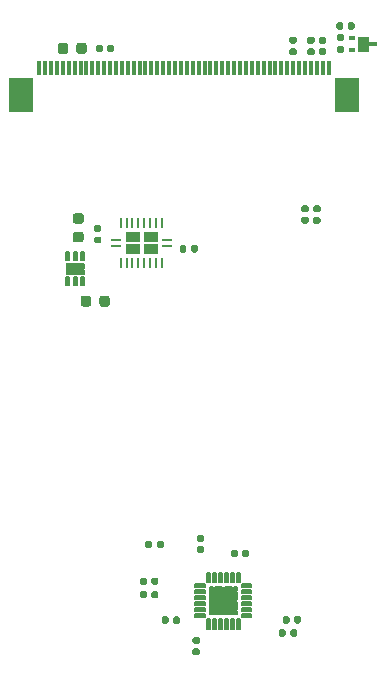
<source format=gtp>
G04 #@! TF.GenerationSoftware,KiCad,Pcbnew,(5.1.6-0-10_14)*
G04 #@! TF.CreationDate,2020-09-07T13:37:44-07:00*
G04 #@! TF.ProjectId,microgame2,6d696372-6f67-4616-9d65-322e6b696361,rev?*
G04 #@! TF.SameCoordinates,Original*
G04 #@! TF.FileFunction,Paste,Top*
G04 #@! TF.FilePolarity,Positive*
%FSLAX46Y46*%
G04 Gerber Fmt 4.6, Leading zero omitted, Abs format (unit mm)*
G04 Created by KiCad (PCBNEW (5.1.6-0-10_14)) date 2020-09-07 13:37:44*
%MOMM*%
%LPD*%
G01*
G04 APERTURE LIST*
%ADD10C,0.100000*%
%ADD11C,0.152400*%
%ADD12C,0.010000*%
%ADD13R,0.500000X0.310000*%
%ADD14R,0.650000X0.310000*%
%ADD15R,2.450000X2.450000*%
%ADD16R,0.280000X0.850000*%
%ADD17R,0.850000X0.280000*%
%ADD18R,2.000000X3.000000*%
%ADD19R,0.300000X1.250000*%
%ADD20R,0.860000X0.260000*%
%ADD21R,0.260000X0.860000*%
%ADD22R,0.300000X0.700000*%
%ADD23R,1.600200X1.016000*%
G04 APERTURE END LIST*
D10*
G04 #@! TO.C,Q4*
G36*
X164400000Y-57600000D02*
G01*
X164400000Y-56400000D01*
X165250000Y-56400000D01*
X165250000Y-57600000D01*
X164400000Y-57600000D01*
G37*
X164400000Y-57600000D02*
X164400000Y-56400000D01*
X165250000Y-56400000D01*
X165250000Y-57600000D01*
X164400000Y-57600000D01*
D11*
G04 #@! TO.C,U6*
X154150070Y-105037400D02*
X154028821Y-105037400D01*
X154150070Y-105300070D02*
X154150070Y-105037400D01*
X153887400Y-105300070D02*
X154150070Y-105300070D01*
X153887400Y-105178821D02*
X153887400Y-105300070D01*
X153887400Y-105178821D02*
X153887400Y-105178821D01*
X154028821Y-105037400D02*
X153887400Y-105178821D01*
X154028821Y-105037400D02*
X154028821Y-105037400D01*
X154150070Y-104250000D02*
X154028821Y-104250000D01*
X154150070Y-104837400D02*
X154150070Y-104250000D01*
X154028821Y-104837400D02*
X154150070Y-104837400D01*
X154028821Y-104837400D02*
X154028821Y-104837400D01*
X153887400Y-104695979D02*
X154028821Y-104837400D01*
X153887400Y-104695979D02*
X153887400Y-104695979D01*
X153887400Y-104391421D02*
X153887400Y-104695979D01*
X153887400Y-104391421D02*
X153887400Y-104391421D01*
X154028821Y-104250000D02*
X153887400Y-104391421D01*
X154028821Y-104250000D02*
X154028821Y-104250000D01*
X154150070Y-103462600D02*
X154028821Y-103462600D01*
X154150070Y-104050000D02*
X154150070Y-103462600D01*
X154028821Y-104050000D02*
X154150070Y-104050000D01*
X154028821Y-104050000D02*
X154028821Y-104050000D01*
X153887400Y-103908579D02*
X154028821Y-104050000D01*
X153887400Y-103908579D02*
X153887400Y-103908579D01*
X153887400Y-103604021D02*
X153887400Y-103908579D01*
X153887400Y-103604021D02*
X153887400Y-103604021D01*
X154028821Y-103462600D02*
X153887400Y-103604021D01*
X154028821Y-103462600D02*
X154028821Y-103462600D01*
X154150070Y-102999930D02*
X153887400Y-102999930D01*
X154150070Y-103262600D02*
X154150070Y-102999930D01*
X154028821Y-103262600D02*
X154150070Y-103262600D01*
X154028821Y-103262600D02*
X154028821Y-103262600D01*
X153887400Y-103121179D02*
X154028821Y-103262600D01*
X153887400Y-103121179D02*
X153887400Y-103121179D01*
X153887400Y-102999930D02*
X153887400Y-103121179D01*
X153545979Y-105037400D02*
X153241421Y-105037400D01*
X153545979Y-105037400D02*
X153545979Y-105037400D01*
X153687400Y-105178821D02*
X153545979Y-105037400D01*
X153687400Y-105178821D02*
X153687400Y-105178821D01*
X153687400Y-105300070D02*
X153687400Y-105178821D01*
X153100000Y-105300070D02*
X153687400Y-105300070D01*
X153100000Y-105178821D02*
X153100000Y-105300070D01*
X153100000Y-105178821D02*
X153100000Y-105178821D01*
X153241421Y-105037400D02*
X153100000Y-105178821D01*
X153241421Y-105037400D02*
X153241421Y-105037400D01*
X153545979Y-104250000D02*
X153241421Y-104250000D01*
X153545979Y-104250000D02*
X153545979Y-104250000D01*
X153687400Y-104391421D02*
X153545979Y-104250000D01*
X153687400Y-104391421D02*
X153687400Y-104391421D01*
X153687400Y-104695979D02*
X153687400Y-104391421D01*
X153687400Y-104695979D02*
X153687400Y-104695979D01*
X153545979Y-104837400D02*
X153687400Y-104695979D01*
X153545979Y-104837400D02*
X153545979Y-104837400D01*
X153241421Y-104837400D02*
X153545979Y-104837400D01*
X153241421Y-104837400D02*
X153241421Y-104837400D01*
X153100000Y-104695979D02*
X153241421Y-104837400D01*
X153100000Y-104695979D02*
X153100000Y-104695979D01*
X153100000Y-104391421D02*
X153100000Y-104695979D01*
X153100000Y-104391421D02*
X153100000Y-104391421D01*
X153241421Y-104250000D02*
X153100000Y-104391421D01*
X153241421Y-104250000D02*
X153241421Y-104250000D01*
X153545979Y-103462600D02*
X153241421Y-103462600D01*
X153545979Y-103462600D02*
X153545979Y-103462600D01*
X153687400Y-103604021D02*
X153545979Y-103462600D01*
X153687400Y-103604021D02*
X153687400Y-103604021D01*
X153687400Y-103908579D02*
X153687400Y-103604021D01*
X153687400Y-103908579D02*
X153687400Y-103908579D01*
X153545979Y-104050000D02*
X153687400Y-103908579D01*
X153545979Y-104050000D02*
X153545979Y-104050000D01*
X153241421Y-104050000D02*
X153545979Y-104050000D01*
X153241421Y-104050000D02*
X153241421Y-104050000D01*
X153100000Y-103908579D02*
X153241421Y-104050000D01*
X153100000Y-103908579D02*
X153100000Y-103908579D01*
X153100000Y-103604021D02*
X153100000Y-103908579D01*
X153100000Y-103604021D02*
X153100000Y-103604021D01*
X153241421Y-103462600D02*
X153100000Y-103604021D01*
X153241421Y-103462600D02*
X153241421Y-103462600D01*
X153687400Y-102999930D02*
X153100000Y-102999930D01*
X153687400Y-103121179D02*
X153687400Y-102999930D01*
X153687400Y-103121179D02*
X153687400Y-103121179D01*
X153545979Y-103262600D02*
X153687400Y-103121179D01*
X153545979Y-103262600D02*
X153545979Y-103262600D01*
X153241421Y-103262600D02*
X153545979Y-103262600D01*
X153241421Y-103262600D02*
X153241421Y-103262600D01*
X153100000Y-103121179D02*
X153241421Y-103262600D01*
X153100000Y-103121179D02*
X153100000Y-103121179D01*
X153100000Y-102999930D02*
X153100000Y-103121179D01*
X152758579Y-105037400D02*
X152454021Y-105037400D01*
X152758579Y-105037400D02*
X152758579Y-105037400D01*
X152900000Y-105178821D02*
X152758579Y-105037400D01*
X152900000Y-105178821D02*
X152900000Y-105178821D01*
X152900000Y-105300070D02*
X152900000Y-105178821D01*
X152312600Y-105300070D02*
X152900000Y-105300070D01*
X152312600Y-105178821D02*
X152312600Y-105300070D01*
X152312600Y-105178821D02*
X152312600Y-105178821D01*
X152454021Y-105037400D02*
X152312600Y-105178821D01*
X152454021Y-105037400D02*
X152454021Y-105037400D01*
X152758579Y-104250000D02*
X152454021Y-104250000D01*
X152758579Y-104250000D02*
X152758579Y-104250000D01*
X152900000Y-104391421D02*
X152758579Y-104250000D01*
X152900000Y-104391421D02*
X152900000Y-104391421D01*
X152900000Y-104695979D02*
X152900000Y-104391421D01*
X152900000Y-104695979D02*
X152900000Y-104695979D01*
X152758579Y-104837400D02*
X152900000Y-104695979D01*
X152758579Y-104837400D02*
X152758579Y-104837400D01*
X152454021Y-104837400D02*
X152758579Y-104837400D01*
X152454021Y-104837400D02*
X152454021Y-104837400D01*
X152312600Y-104695979D02*
X152454021Y-104837400D01*
X152312600Y-104695979D02*
X152312600Y-104695979D01*
X152312600Y-104391421D02*
X152312600Y-104695979D01*
X152312600Y-104391421D02*
X152312600Y-104391421D01*
X152454021Y-104250000D02*
X152312600Y-104391421D01*
X152454021Y-104250000D02*
X152454021Y-104250000D01*
X152758579Y-103462600D02*
X152454021Y-103462600D01*
X152758579Y-103462600D02*
X152758579Y-103462600D01*
X152900000Y-103604021D02*
X152758579Y-103462600D01*
X152900000Y-103604021D02*
X152900000Y-103604021D01*
X152900000Y-103908579D02*
X152900000Y-103604021D01*
X152900000Y-103908579D02*
X152900000Y-103908579D01*
X152758579Y-104050000D02*
X152900000Y-103908579D01*
X152758579Y-104050000D02*
X152758579Y-104050000D01*
X152454021Y-104050000D02*
X152758579Y-104050000D01*
X152454021Y-104050000D02*
X152454021Y-104050000D01*
X152312600Y-103908579D02*
X152454021Y-104050000D01*
X152312600Y-103908579D02*
X152312600Y-103908579D01*
X152312600Y-103604021D02*
X152312600Y-103908579D01*
X152312600Y-103604021D02*
X152312600Y-103604021D01*
X152454021Y-103462600D02*
X152312600Y-103604021D01*
X152454021Y-103462600D02*
X152454021Y-103462600D01*
X152900000Y-102999930D02*
X152312600Y-102999930D01*
X152900000Y-103121179D02*
X152900000Y-102999930D01*
X152900000Y-103121179D02*
X152900000Y-103121179D01*
X152758579Y-103262600D02*
X152900000Y-103121179D01*
X152758579Y-103262600D02*
X152758579Y-103262600D01*
X152454021Y-103262600D02*
X152758579Y-103262600D01*
X152454021Y-103262600D02*
X152454021Y-103262600D01*
X152312600Y-103121179D02*
X152454021Y-103262600D01*
X152312600Y-103121179D02*
X152312600Y-103121179D01*
X152312600Y-102999930D02*
X152312600Y-103121179D01*
X151971179Y-105037400D02*
X151849930Y-105037400D01*
X151971179Y-105037400D02*
X151971179Y-105037400D01*
X152112600Y-105178821D02*
X151971179Y-105037400D01*
X152112600Y-105178821D02*
X152112600Y-105178821D01*
X152112600Y-105300070D02*
X152112600Y-105178821D01*
X151849930Y-105300070D02*
X152112600Y-105300070D01*
X151849930Y-105037400D02*
X151849930Y-105300070D01*
X151971179Y-104250000D02*
X151849930Y-104250000D01*
X151971179Y-104250000D02*
X151971179Y-104250000D01*
X152112600Y-104391421D02*
X151971179Y-104250000D01*
X152112600Y-104391421D02*
X152112600Y-104391421D01*
X152112600Y-104695979D02*
X152112600Y-104391421D01*
X152112600Y-104695979D02*
X152112600Y-104695979D01*
X151971179Y-104837400D02*
X152112600Y-104695979D01*
X151971179Y-104837400D02*
X151971179Y-104837400D01*
X151849930Y-104837400D02*
X151971179Y-104837400D01*
X151849930Y-104250000D02*
X151849930Y-104837400D01*
X151971179Y-103462600D02*
X151849930Y-103462600D01*
X151971179Y-103462600D02*
X151971179Y-103462600D01*
X152112600Y-103604021D02*
X151971179Y-103462600D01*
X152112600Y-103604021D02*
X152112600Y-103604021D01*
X152112600Y-103908579D02*
X152112600Y-103604021D01*
X152112600Y-103908579D02*
X152112600Y-103908579D01*
X151971179Y-104050000D02*
X152112600Y-103908579D01*
X151971179Y-104050000D02*
X151971179Y-104050000D01*
X151849930Y-104050000D02*
X151971179Y-104050000D01*
X151849930Y-103462600D02*
X151849930Y-104050000D01*
X152112600Y-102999930D02*
X151849930Y-102999930D01*
X152112600Y-103121179D02*
X152112600Y-102999930D01*
X152112600Y-103121179D02*
X152112600Y-103121179D01*
X151971179Y-103262600D02*
X152112600Y-103121179D01*
X151971179Y-103262600D02*
X151971179Y-103262600D01*
X151849930Y-103262600D02*
X151971179Y-103262600D01*
X151849930Y-102999930D02*
X151849930Y-103262600D01*
X151864686Y-101775001D02*
X151634684Y-101775001D01*
X151864686Y-102574999D02*
X151864686Y-101775001D01*
X151634684Y-102574999D02*
X151864686Y-102574999D01*
X151634684Y-101775001D02*
X151634684Y-102574999D01*
X152364812Y-101775001D02*
X152134810Y-101775001D01*
X152364812Y-102574999D02*
X152364812Y-101775001D01*
X152134810Y-102574999D02*
X152364812Y-102574999D01*
X152134810Y-101775001D02*
X152134810Y-102574999D01*
X152864938Y-101775001D02*
X152634936Y-101775001D01*
X152864938Y-102574999D02*
X152864938Y-101775001D01*
X152634936Y-102574999D02*
X152864938Y-102574999D01*
X152634936Y-101775001D02*
X152634936Y-102574999D01*
X153365064Y-101775001D02*
X153135062Y-101775001D01*
X153365064Y-102574999D02*
X153365064Y-101775001D01*
X153135062Y-102574999D02*
X153365064Y-102574999D01*
X153135062Y-101775001D02*
X153135062Y-102574999D01*
X153865190Y-101775001D02*
X153635188Y-101775001D01*
X153865190Y-102574999D02*
X153865190Y-101775001D01*
X153635188Y-102574999D02*
X153865190Y-102574999D01*
X153635188Y-101775001D02*
X153635188Y-102574999D01*
X154365316Y-101775001D02*
X154135314Y-101775001D01*
X154365316Y-102574999D02*
X154365316Y-101775001D01*
X154135314Y-102574999D02*
X154365316Y-102574999D01*
X154135314Y-101775001D02*
X154135314Y-102574999D01*
X155374999Y-102784999D02*
X154575001Y-102784999D01*
X155374999Y-103015001D02*
X155374999Y-102784999D01*
X154575001Y-103015001D02*
X155374999Y-103015001D01*
X154575001Y-102784999D02*
X154575001Y-103015001D01*
X155374999Y-103285000D02*
X154575001Y-103285000D01*
X155374999Y-103515000D02*
X155374999Y-103285000D01*
X154575001Y-103515000D02*
X155374999Y-103515000D01*
X154575001Y-103285000D02*
X154575001Y-103515000D01*
X155374999Y-103784999D02*
X154575001Y-103784999D01*
X155374999Y-104014999D02*
X155374999Y-103784999D01*
X154575001Y-104014999D02*
X155374999Y-104014999D01*
X154575001Y-103784999D02*
X154575001Y-104014999D01*
X155374999Y-104285001D02*
X154575001Y-104285001D01*
X155374999Y-104515001D02*
X155374999Y-104285001D01*
X154575001Y-104515001D02*
X155374999Y-104515001D01*
X154575001Y-104285001D02*
X154575001Y-104515001D01*
X155374999Y-104785000D02*
X154575001Y-104785000D01*
X155374999Y-105015000D02*
X155374999Y-104785000D01*
X154575001Y-105015000D02*
X155374999Y-105015000D01*
X154575001Y-104785000D02*
X154575001Y-105015000D01*
X155374999Y-105284999D02*
X154575001Y-105284999D01*
X155374999Y-105515001D02*
X155374999Y-105284999D01*
X154575001Y-105515001D02*
X155374999Y-105515001D01*
X154575001Y-105284999D02*
X154575001Y-105515001D01*
X154365316Y-105725001D02*
X154135314Y-105725001D01*
X154365316Y-106524999D02*
X154365316Y-105725001D01*
X154135314Y-106524999D02*
X154365316Y-106524999D01*
X154135314Y-105725001D02*
X154135314Y-106524999D01*
X153865190Y-105725001D02*
X153635188Y-105725001D01*
X153865190Y-106524999D02*
X153865190Y-105725001D01*
X153635188Y-106524999D02*
X153865190Y-106524999D01*
X153635188Y-105725001D02*
X153635188Y-106524999D01*
X153365064Y-105725001D02*
X153135062Y-105725001D01*
X153365064Y-106524999D02*
X153365064Y-105725001D01*
X153135062Y-106524999D02*
X153365064Y-106524999D01*
X153135062Y-105725001D02*
X153135062Y-106524999D01*
X152864938Y-105725001D02*
X152634936Y-105725001D01*
X152864938Y-106524999D02*
X152864938Y-105725001D01*
X152634936Y-106524999D02*
X152864938Y-106524999D01*
X152634936Y-105725001D02*
X152634936Y-106524999D01*
X152364812Y-105725001D02*
X152134810Y-105725001D01*
X152364812Y-106524999D02*
X152364812Y-105725001D01*
X152134810Y-106524999D02*
X152364812Y-106524999D01*
X152134810Y-105725001D02*
X152134810Y-106524999D01*
X151864686Y-105725001D02*
X151634684Y-105725001D01*
X151864686Y-106524999D02*
X151864686Y-105725001D01*
X151634684Y-106524999D02*
X151864686Y-106524999D01*
X151634684Y-105725001D02*
X151634684Y-106524999D01*
X151424999Y-105284999D02*
X150625001Y-105284999D01*
X151424999Y-105515001D02*
X151424999Y-105284999D01*
X150625001Y-105515001D02*
X151424999Y-105515001D01*
X150625001Y-105284999D02*
X150625001Y-105515001D01*
X151424999Y-104785000D02*
X150625001Y-104785000D01*
X151424999Y-105015000D02*
X151424999Y-104785000D01*
X150625001Y-105015000D02*
X151424999Y-105015000D01*
X150625001Y-104785000D02*
X150625001Y-105015000D01*
X151424999Y-104285001D02*
X150625001Y-104285001D01*
X151424999Y-104515001D02*
X151424999Y-104285001D01*
X150625001Y-104515001D02*
X151424999Y-104515001D01*
X150625001Y-104285001D02*
X150625001Y-104515001D01*
X151424999Y-103784999D02*
X150625001Y-103784999D01*
X151424999Y-104014999D02*
X151424999Y-103784999D01*
X150625001Y-104014999D02*
X151424999Y-104014999D01*
X150625001Y-103784999D02*
X150625001Y-104014999D01*
X151424999Y-103285000D02*
X150625001Y-103285000D01*
X151424999Y-103515000D02*
X151424999Y-103285000D01*
X150625001Y-103515000D02*
X151424999Y-103515000D01*
X150625001Y-103285000D02*
X150625001Y-103515000D01*
X151424999Y-102784999D02*
X150625001Y-102784999D01*
X151424999Y-103015001D02*
X151424999Y-102784999D01*
X150625001Y-103015001D02*
X151424999Y-103015001D01*
X150625001Y-102784999D02*
X150625001Y-103015001D01*
D12*
G04 #@! TO.C,U8*
G36*
X145860000Y-73980000D02*
G01*
X145860000Y-74740000D01*
X144720000Y-74740000D01*
X144720000Y-73980000D01*
X145860000Y-73980000D01*
G37*
X145860000Y-73980000D02*
X145860000Y-74740000D01*
X144720000Y-74740000D01*
X144720000Y-73980000D01*
X145860000Y-73980000D01*
G36*
X145860000Y-72960000D02*
G01*
X145860000Y-73720000D01*
X144720000Y-73720000D01*
X144720000Y-72960000D01*
X145860000Y-72960000D01*
G37*
X145860000Y-72960000D02*
X145860000Y-73720000D01*
X144720000Y-73720000D01*
X144720000Y-72960000D01*
X145860000Y-72960000D01*
G36*
X147380000Y-72960000D02*
G01*
X147380000Y-73720000D01*
X146240000Y-73720000D01*
X146240000Y-72960000D01*
X147380000Y-72960000D01*
G37*
X147380000Y-72960000D02*
X147380000Y-73720000D01*
X146240000Y-73720000D01*
X146240000Y-72960000D01*
X147380000Y-72960000D01*
G36*
X147380000Y-73980000D02*
G01*
X147380000Y-74740000D01*
X146240000Y-74740000D01*
X146240000Y-73980000D01*
X147380000Y-73980000D01*
G37*
X147380000Y-73980000D02*
X147380000Y-74740000D01*
X146240000Y-74740000D01*
X146240000Y-73980000D01*
X147380000Y-73980000D01*
D11*
G04 #@! TO.C,U3*
X139956300Y-76483070D02*
X139956300Y-76291421D01*
X139724830Y-76483070D02*
X139956300Y-76483070D01*
X139724830Y-76150000D02*
X139724830Y-76483070D01*
X139814879Y-76150000D02*
X139724830Y-76150000D01*
X139814879Y-76150000D02*
X139814879Y-76150000D01*
X139956300Y-76291421D02*
X139814879Y-76150000D01*
X139956300Y-76291421D02*
X139956300Y-76291421D01*
X140743700Y-76483070D02*
X140743700Y-76291421D01*
X140156300Y-76483070D02*
X140743700Y-76483070D01*
X140156300Y-76291421D02*
X140156300Y-76483070D01*
X140156300Y-76291421D02*
X140156300Y-76291421D01*
X140297721Y-76150000D02*
X140156300Y-76291421D01*
X140297721Y-76150000D02*
X140297721Y-76150000D01*
X140602279Y-76150000D02*
X140297721Y-76150000D01*
X140602279Y-76150000D02*
X140602279Y-76150000D01*
X140743700Y-76291421D02*
X140602279Y-76150000D01*
X140743700Y-76291421D02*
X140743700Y-76291421D01*
X141175170Y-76483070D02*
X141175170Y-76150000D01*
X140943700Y-76483070D02*
X141175170Y-76483070D01*
X140943700Y-76291421D02*
X140943700Y-76483070D01*
X140943700Y-76291421D02*
X140943700Y-76291421D01*
X141085121Y-76150000D02*
X140943700Y-76291421D01*
X141085121Y-76150000D02*
X141085121Y-76150000D01*
X141175170Y-76150000D02*
X141085121Y-76150000D01*
X139956300Y-75808579D02*
X139956300Y-75616930D01*
X139956300Y-75808579D02*
X139956300Y-75808579D01*
X139814879Y-75950000D02*
X139956300Y-75808579D01*
X139814879Y-75950000D02*
X139814879Y-75950000D01*
X139724830Y-75950000D02*
X139814879Y-75950000D01*
X139724830Y-75616930D02*
X139724830Y-75950000D01*
X139956300Y-75616930D02*
X139724830Y-75616930D01*
X140743700Y-75808579D02*
X140743700Y-75616930D01*
X140743700Y-75808579D02*
X140743700Y-75808579D01*
X140602279Y-75950000D02*
X140743700Y-75808579D01*
X140602279Y-75950000D02*
X140602279Y-75950000D01*
X140297721Y-75950000D02*
X140602279Y-75950000D01*
X140297721Y-75950000D02*
X140297721Y-75950000D01*
X140156300Y-75808579D02*
X140297721Y-75950000D01*
X140156300Y-75808579D02*
X140156300Y-75808579D01*
X140156300Y-75616930D02*
X140156300Y-75808579D01*
X140743700Y-75616930D02*
X140156300Y-75616930D01*
X141175170Y-75950000D02*
X141175170Y-75616930D01*
X141085121Y-75950000D02*
X141175170Y-75950000D01*
X141085121Y-75950000D02*
X141085121Y-75950000D01*
X140943700Y-75808579D02*
X141085121Y-75950000D01*
X140943700Y-75808579D02*
X140943700Y-75808579D01*
X140943700Y-75616930D02*
X140943700Y-75808579D01*
X141175170Y-75616930D02*
X140943700Y-75616930D01*
X141225000Y-77425001D02*
X141225000Y-76775000D01*
X140975000Y-77425001D02*
X141225000Y-77425001D01*
X140975000Y-76775000D02*
X140975000Y-77425001D01*
X141225000Y-76775000D02*
X140975000Y-76775000D01*
X140575001Y-77425001D02*
X140575001Y-76775000D01*
X140324999Y-77425001D02*
X140575001Y-77425001D01*
X140324999Y-76775000D02*
X140324999Y-77425001D01*
X140575001Y-76775000D02*
X140324999Y-76775000D01*
X139925000Y-77425001D02*
X139925000Y-76775000D01*
X139675000Y-77425001D02*
X139925000Y-77425001D01*
X139675000Y-76775000D02*
X139675000Y-77425001D01*
X139925000Y-76775000D02*
X139675000Y-76775000D01*
X139925000Y-75325000D02*
X139925000Y-74674999D01*
X139675000Y-75325000D02*
X139925000Y-75325000D01*
X139675000Y-74674999D02*
X139675000Y-75325000D01*
X139925000Y-74674999D02*
X139675000Y-74674999D01*
X140575001Y-75325000D02*
X140575001Y-74674999D01*
X140324999Y-75325000D02*
X140575001Y-75325000D01*
X140324999Y-74674999D02*
X140324999Y-75325000D01*
X140575001Y-74674999D02*
X140324999Y-74674999D01*
X141225000Y-75325000D02*
X141225000Y-74674999D01*
X140975000Y-75325000D02*
X141225000Y-75325000D01*
X140975000Y-74674999D02*
X140975000Y-75325000D01*
X141225000Y-74674999D02*
X140975000Y-74674999D01*
G04 #@! TD*
D13*
G04 #@! TO.C,Q4*
X163900000Y-57500000D03*
X163900000Y-56500000D03*
D14*
X165625000Y-57000000D03*
G04 #@! TD*
D15*
G04 #@! TO.C,U6*
X153000000Y-104150000D03*
D16*
X151749685Y-102175000D03*
X152249811Y-102175000D03*
X152749937Y-102175000D03*
X153250063Y-102175000D03*
X153750189Y-102175000D03*
X154250315Y-102175000D03*
D17*
X154975000Y-102900000D03*
X154975000Y-103399999D03*
X154975000Y-103900000D03*
X154975000Y-104400000D03*
X154975000Y-104900001D03*
X154975000Y-105400000D03*
D16*
X154250315Y-106125000D03*
X153750189Y-106125000D03*
X153250063Y-106125000D03*
X152749937Y-106125000D03*
X152249811Y-106125000D03*
X151749685Y-106125000D03*
D17*
X151025000Y-105400000D03*
X151025000Y-104900001D03*
X151025000Y-104400000D03*
X151025000Y-103900000D03*
X151025000Y-103399999D03*
X151025000Y-102900000D03*
G04 #@! TD*
D18*
G04 #@! TO.C,U9*
X135860000Y-61350000D03*
X163440000Y-61350000D03*
D19*
X137400000Y-59025000D03*
X137900000Y-59025000D03*
X138400000Y-59025000D03*
X138900000Y-59025000D03*
X139400000Y-59025000D03*
X139900000Y-59025000D03*
X140400000Y-59025000D03*
X140900000Y-59025000D03*
X141400000Y-59025000D03*
X141900000Y-59025000D03*
X142400000Y-59025000D03*
X142900000Y-59025000D03*
X143400000Y-59025000D03*
X143900000Y-59025000D03*
X144400000Y-59025000D03*
X144900000Y-59025000D03*
X145400000Y-59025000D03*
X145900000Y-59025000D03*
X146400000Y-59025000D03*
X146900000Y-59025000D03*
X147400000Y-59025000D03*
X147900000Y-59025000D03*
X148400000Y-59025000D03*
X148900000Y-59025000D03*
X149400000Y-59025000D03*
X149900000Y-59025000D03*
X150400000Y-59025000D03*
X150900000Y-59025000D03*
X151400000Y-59025000D03*
X151900000Y-59025000D03*
X152400000Y-59025000D03*
X152900000Y-59025000D03*
X153400000Y-59025000D03*
X153900000Y-59025000D03*
X154400000Y-59025000D03*
X154900000Y-59025000D03*
X155400000Y-59025000D03*
X155900000Y-59025000D03*
X156400000Y-59025000D03*
X156900000Y-59025000D03*
X157400000Y-59025000D03*
X157900000Y-59025000D03*
X158400000Y-59025000D03*
X158900000Y-59025000D03*
X159400000Y-59025000D03*
X159900000Y-59025000D03*
X160400000Y-59025000D03*
X160900000Y-59025000D03*
X161400000Y-59025000D03*
X161900000Y-59025000D03*
G04 #@! TD*
G04 #@! TO.C,C23*
G36*
G01*
X139850000Y-57143750D02*
X139850000Y-57656250D01*
G75*
G02*
X139631250Y-57875000I-218750J0D01*
G01*
X139193750Y-57875000D01*
G75*
G02*
X138975000Y-57656250I0J218750D01*
G01*
X138975000Y-57143750D01*
G75*
G02*
X139193750Y-56925000I218750J0D01*
G01*
X139631250Y-56925000D01*
G75*
G02*
X139850000Y-57143750I0J-218750D01*
G01*
G37*
G36*
G01*
X141425000Y-57143750D02*
X141425000Y-57656250D01*
G75*
G02*
X141206250Y-57875000I-218750J0D01*
G01*
X140768750Y-57875000D01*
G75*
G02*
X140550000Y-57656250I0J218750D01*
G01*
X140550000Y-57143750D01*
G75*
G02*
X140768750Y-56925000I218750J0D01*
G01*
X141206250Y-56925000D01*
G75*
G02*
X141425000Y-57143750I0J-218750D01*
G01*
G37*
G04 #@! TD*
G04 #@! TO.C,R22*
G36*
G01*
X151247500Y-99170000D02*
X150902500Y-99170000D01*
G75*
G02*
X150755000Y-99022500I0J147500D01*
G01*
X150755000Y-98727500D01*
G75*
G02*
X150902500Y-98580000I147500J0D01*
G01*
X151247500Y-98580000D01*
G75*
G02*
X151395000Y-98727500I0J-147500D01*
G01*
X151395000Y-99022500D01*
G75*
G02*
X151247500Y-99170000I-147500J0D01*
G01*
G37*
G36*
G01*
X151247500Y-100140000D02*
X150902500Y-100140000D01*
G75*
G02*
X150755000Y-99992500I0J147500D01*
G01*
X150755000Y-99697500D01*
G75*
G02*
X150902500Y-99550000I147500J0D01*
G01*
X151247500Y-99550000D01*
G75*
G02*
X151395000Y-99697500I0J-147500D01*
G01*
X151395000Y-99992500D01*
G75*
G02*
X151247500Y-100140000I-147500J0D01*
G01*
G37*
G04 #@! TD*
G04 #@! TO.C,R21*
G36*
G01*
X146975000Y-99227500D02*
X146975000Y-99572500D01*
G75*
G02*
X146827500Y-99720000I-147500J0D01*
G01*
X146532500Y-99720000D01*
G75*
G02*
X146385000Y-99572500I0J147500D01*
G01*
X146385000Y-99227500D01*
G75*
G02*
X146532500Y-99080000I147500J0D01*
G01*
X146827500Y-99080000D01*
G75*
G02*
X146975000Y-99227500I0J-147500D01*
G01*
G37*
G36*
G01*
X147945000Y-99227500D02*
X147945000Y-99572500D01*
G75*
G02*
X147797500Y-99720000I-147500J0D01*
G01*
X147502500Y-99720000D01*
G75*
G02*
X147355000Y-99572500I0J147500D01*
G01*
X147355000Y-99227500D01*
G75*
G02*
X147502500Y-99080000I147500J0D01*
G01*
X147797500Y-99080000D01*
G75*
G02*
X147945000Y-99227500I0J-147500D01*
G01*
G37*
G04 #@! TD*
G04 #@! TO.C,R20*
G36*
G01*
X159240000Y-106727500D02*
X159240000Y-107072500D01*
G75*
G02*
X159092500Y-107220000I-147500J0D01*
G01*
X158797500Y-107220000D01*
G75*
G02*
X158650000Y-107072500I0J147500D01*
G01*
X158650000Y-106727500D01*
G75*
G02*
X158797500Y-106580000I147500J0D01*
G01*
X159092500Y-106580000D01*
G75*
G02*
X159240000Y-106727500I0J-147500D01*
G01*
G37*
G36*
G01*
X158270000Y-106727500D02*
X158270000Y-107072500D01*
G75*
G02*
X158122500Y-107220000I-147500J0D01*
G01*
X157827500Y-107220000D01*
G75*
G02*
X157680000Y-107072500I0J147500D01*
G01*
X157680000Y-106727500D01*
G75*
G02*
X157827500Y-106580000I147500J0D01*
G01*
X158122500Y-106580000D01*
G75*
G02*
X158270000Y-106727500I0J-147500D01*
G01*
G37*
G04 #@! TD*
G04 #@! TO.C,R19*
G36*
G01*
X158600000Y-105602500D02*
X158600000Y-105947500D01*
G75*
G02*
X158452500Y-106095000I-147500J0D01*
G01*
X158157500Y-106095000D01*
G75*
G02*
X158010000Y-105947500I0J147500D01*
G01*
X158010000Y-105602500D01*
G75*
G02*
X158157500Y-105455000I147500J0D01*
G01*
X158452500Y-105455000D01*
G75*
G02*
X158600000Y-105602500I0J-147500D01*
G01*
G37*
G36*
G01*
X159570000Y-105602500D02*
X159570000Y-105947500D01*
G75*
G02*
X159422500Y-106095000I-147500J0D01*
G01*
X159127500Y-106095000D01*
G75*
G02*
X158980000Y-105947500I0J147500D01*
G01*
X158980000Y-105602500D01*
G75*
G02*
X159127500Y-105455000I147500J0D01*
G01*
X159422500Y-105455000D01*
G75*
G02*
X159570000Y-105602500I0J-147500D01*
G01*
G37*
G04 #@! TD*
G04 #@! TO.C,R18*
G36*
G01*
X147760000Y-105972500D02*
X147760000Y-105627500D01*
G75*
G02*
X147907500Y-105480000I147500J0D01*
G01*
X148202500Y-105480000D01*
G75*
G02*
X148350000Y-105627500I0J-147500D01*
G01*
X148350000Y-105972500D01*
G75*
G02*
X148202500Y-106120000I-147500J0D01*
G01*
X147907500Y-106120000D01*
G75*
G02*
X147760000Y-105972500I0J147500D01*
G01*
G37*
G36*
G01*
X148730000Y-105972500D02*
X148730000Y-105627500D01*
G75*
G02*
X148877500Y-105480000I147500J0D01*
G01*
X149172500Y-105480000D01*
G75*
G02*
X149320000Y-105627500I0J-147500D01*
G01*
X149320000Y-105972500D01*
G75*
G02*
X149172500Y-106120000I-147500J0D01*
G01*
X148877500Y-106120000D01*
G75*
G02*
X148730000Y-105972500I0J147500D01*
G01*
G37*
G04 #@! TD*
G04 #@! TO.C,R17*
G36*
G01*
X150872500Y-108795000D02*
X150527500Y-108795000D01*
G75*
G02*
X150380000Y-108647500I0J147500D01*
G01*
X150380000Y-108352500D01*
G75*
G02*
X150527500Y-108205000I147500J0D01*
G01*
X150872500Y-108205000D01*
G75*
G02*
X151020000Y-108352500I0J-147500D01*
G01*
X151020000Y-108647500D01*
G75*
G02*
X150872500Y-108795000I-147500J0D01*
G01*
G37*
G36*
G01*
X150872500Y-107825000D02*
X150527500Y-107825000D01*
G75*
G02*
X150380000Y-107677500I0J147500D01*
G01*
X150380000Y-107382500D01*
G75*
G02*
X150527500Y-107235000I147500J0D01*
G01*
X150872500Y-107235000D01*
G75*
G02*
X151020000Y-107382500I0J-147500D01*
G01*
X151020000Y-107677500D01*
G75*
G02*
X150872500Y-107825000I-147500J0D01*
G01*
G37*
G04 #@! TD*
G04 #@! TO.C,R16*
G36*
G01*
X146905000Y-103822500D02*
X146905000Y-103477500D01*
G75*
G02*
X147052500Y-103330000I147500J0D01*
G01*
X147347500Y-103330000D01*
G75*
G02*
X147495000Y-103477500I0J-147500D01*
G01*
X147495000Y-103822500D01*
G75*
G02*
X147347500Y-103970000I-147500J0D01*
G01*
X147052500Y-103970000D01*
G75*
G02*
X146905000Y-103822500I0J147500D01*
G01*
G37*
G36*
G01*
X145935000Y-103822500D02*
X145935000Y-103477500D01*
G75*
G02*
X146082500Y-103330000I147500J0D01*
G01*
X146377500Y-103330000D01*
G75*
G02*
X146525000Y-103477500I0J-147500D01*
G01*
X146525000Y-103822500D01*
G75*
G02*
X146377500Y-103970000I-147500J0D01*
G01*
X146082500Y-103970000D01*
G75*
G02*
X145935000Y-103822500I0J147500D01*
G01*
G37*
G04 #@! TD*
G04 #@! TO.C,R15*
G36*
G01*
X145935000Y-102697500D02*
X145935000Y-102352500D01*
G75*
G02*
X146082500Y-102205000I147500J0D01*
G01*
X146377500Y-102205000D01*
G75*
G02*
X146525000Y-102352500I0J-147500D01*
G01*
X146525000Y-102697500D01*
G75*
G02*
X146377500Y-102845000I-147500J0D01*
G01*
X146082500Y-102845000D01*
G75*
G02*
X145935000Y-102697500I0J147500D01*
G01*
G37*
G36*
G01*
X146905000Y-102697500D02*
X146905000Y-102352500D01*
G75*
G02*
X147052500Y-102205000I147500J0D01*
G01*
X147347500Y-102205000D01*
G75*
G02*
X147495000Y-102352500I0J-147500D01*
G01*
X147495000Y-102697500D01*
G75*
G02*
X147347500Y-102845000I-147500J0D01*
G01*
X147052500Y-102845000D01*
G75*
G02*
X146905000Y-102697500I0J147500D01*
G01*
G37*
G04 #@! TD*
G04 #@! TO.C,C22*
G36*
G01*
X142205000Y-57572500D02*
X142205000Y-57227500D01*
G75*
G02*
X142352500Y-57080000I147500J0D01*
G01*
X142647500Y-57080000D01*
G75*
G02*
X142795000Y-57227500I0J-147500D01*
G01*
X142795000Y-57572500D01*
G75*
G02*
X142647500Y-57720000I-147500J0D01*
G01*
X142352500Y-57720000D01*
G75*
G02*
X142205000Y-57572500I0J147500D01*
G01*
G37*
G36*
G01*
X143175000Y-57572500D02*
X143175000Y-57227500D01*
G75*
G02*
X143322500Y-57080000I147500J0D01*
G01*
X143617500Y-57080000D01*
G75*
G02*
X143765000Y-57227500I0J-147500D01*
G01*
X143765000Y-57572500D01*
G75*
G02*
X143617500Y-57720000I-147500J0D01*
G01*
X143322500Y-57720000D01*
G75*
G02*
X143175000Y-57572500I0J147500D01*
G01*
G37*
G04 #@! TD*
G04 #@! TO.C,C21*
G36*
G01*
X159072500Y-57010000D02*
X158727500Y-57010000D01*
G75*
G02*
X158580000Y-56862500I0J147500D01*
G01*
X158580000Y-56567500D01*
G75*
G02*
X158727500Y-56420000I147500J0D01*
G01*
X159072500Y-56420000D01*
G75*
G02*
X159220000Y-56567500I0J-147500D01*
G01*
X159220000Y-56862500D01*
G75*
G02*
X159072500Y-57010000I-147500J0D01*
G01*
G37*
G36*
G01*
X159072500Y-57980000D02*
X158727500Y-57980000D01*
G75*
G02*
X158580000Y-57832500I0J147500D01*
G01*
X158580000Y-57537500D01*
G75*
G02*
X158727500Y-57390000I147500J0D01*
G01*
X159072500Y-57390000D01*
G75*
G02*
X159220000Y-57537500I0J-147500D01*
G01*
X159220000Y-57832500D01*
G75*
G02*
X159072500Y-57980000I-147500J0D01*
G01*
G37*
G04 #@! TD*
D20*
G04 #@! TO.C,U8*
X143865000Y-73600000D03*
X143865000Y-74100000D03*
X148235000Y-74100000D03*
X148235000Y-73600000D03*
D21*
X147800000Y-72165000D03*
X147300000Y-72165000D03*
X146800000Y-72165000D03*
X146300000Y-72165000D03*
X145800000Y-72165000D03*
X145300000Y-72165000D03*
X144800000Y-72165000D03*
X144300000Y-72165000D03*
X144300000Y-75535000D03*
X144800000Y-75535000D03*
X145300000Y-75535000D03*
X145800000Y-75535000D03*
X146300000Y-75535000D03*
X146800000Y-75535000D03*
X147300000Y-75535000D03*
X147800000Y-75535000D03*
G04 #@! TD*
D22*
G04 #@! TO.C,U3*
X141099999Y-75000000D03*
X140450000Y-75000000D03*
X139800001Y-75000000D03*
X139800001Y-77100000D03*
X140450000Y-77100000D03*
X141099999Y-77100000D03*
D23*
X140450000Y-76050000D03*
G04 #@! TD*
G04 #@! TO.C,R14*
G36*
G01*
X159727500Y-70685000D02*
X160072500Y-70685000D01*
G75*
G02*
X160220000Y-70832500I0J-147500D01*
G01*
X160220000Y-71127500D01*
G75*
G02*
X160072500Y-71275000I-147500J0D01*
G01*
X159727500Y-71275000D01*
G75*
G02*
X159580000Y-71127500I0J147500D01*
G01*
X159580000Y-70832500D01*
G75*
G02*
X159727500Y-70685000I147500J0D01*
G01*
G37*
G36*
G01*
X159727500Y-71655000D02*
X160072500Y-71655000D01*
G75*
G02*
X160220000Y-71802500I0J-147500D01*
G01*
X160220000Y-72097500D01*
G75*
G02*
X160072500Y-72245000I-147500J0D01*
G01*
X159727500Y-72245000D01*
G75*
G02*
X159580000Y-72097500I0J147500D01*
G01*
X159580000Y-71802500D01*
G75*
G02*
X159727500Y-71655000I147500J0D01*
G01*
G37*
G04 #@! TD*
G04 #@! TO.C,R13*
G36*
G01*
X160572500Y-57010000D02*
X160227500Y-57010000D01*
G75*
G02*
X160080000Y-56862500I0J147500D01*
G01*
X160080000Y-56567500D01*
G75*
G02*
X160227500Y-56420000I147500J0D01*
G01*
X160572500Y-56420000D01*
G75*
G02*
X160720000Y-56567500I0J-147500D01*
G01*
X160720000Y-56862500D01*
G75*
G02*
X160572500Y-57010000I-147500J0D01*
G01*
G37*
G36*
G01*
X160572500Y-57980000D02*
X160227500Y-57980000D01*
G75*
G02*
X160080000Y-57832500I0J147500D01*
G01*
X160080000Y-57537500D01*
G75*
G02*
X160227500Y-57390000I147500J0D01*
G01*
X160572500Y-57390000D01*
G75*
G02*
X160720000Y-57537500I0J-147500D01*
G01*
X160720000Y-57832500D01*
G75*
G02*
X160572500Y-57980000I-147500J0D01*
G01*
G37*
G04 #@! TD*
G04 #@! TO.C,R12*
G36*
G01*
X160727500Y-70685000D02*
X161072500Y-70685000D01*
G75*
G02*
X161220000Y-70832500I0J-147500D01*
G01*
X161220000Y-71127500D01*
G75*
G02*
X161072500Y-71275000I-147500J0D01*
G01*
X160727500Y-71275000D01*
G75*
G02*
X160580000Y-71127500I0J147500D01*
G01*
X160580000Y-70832500D01*
G75*
G02*
X160727500Y-70685000I147500J0D01*
G01*
G37*
G36*
G01*
X160727500Y-71655000D02*
X161072500Y-71655000D01*
G75*
G02*
X161220000Y-71802500I0J-147500D01*
G01*
X161220000Y-72097500D01*
G75*
G02*
X161072500Y-72245000I-147500J0D01*
G01*
X160727500Y-72245000D01*
G75*
G02*
X160580000Y-72097500I0J147500D01*
G01*
X160580000Y-71802500D01*
G75*
G02*
X160727500Y-71655000I147500J0D01*
G01*
G37*
G04 #@! TD*
G04 #@! TO.C,R11*
G36*
G01*
X161572500Y-57980000D02*
X161227500Y-57980000D01*
G75*
G02*
X161080000Y-57832500I0J147500D01*
G01*
X161080000Y-57537500D01*
G75*
G02*
X161227500Y-57390000I147500J0D01*
G01*
X161572500Y-57390000D01*
G75*
G02*
X161720000Y-57537500I0J-147500D01*
G01*
X161720000Y-57832500D01*
G75*
G02*
X161572500Y-57980000I-147500J0D01*
G01*
G37*
G36*
G01*
X161572500Y-57010000D02*
X161227500Y-57010000D01*
G75*
G02*
X161080000Y-56862500I0J147500D01*
G01*
X161080000Y-56567500D01*
G75*
G02*
X161227500Y-56420000I147500J0D01*
G01*
X161572500Y-56420000D01*
G75*
G02*
X161720000Y-56567500I0J-147500D01*
G01*
X161720000Y-56862500D01*
G75*
G02*
X161572500Y-57010000I-147500J0D01*
G01*
G37*
G04 #@! TD*
G04 #@! TO.C,C18*
G36*
G01*
X150250000Y-74547500D02*
X150250000Y-74202500D01*
G75*
G02*
X150397500Y-74055000I147500J0D01*
G01*
X150692500Y-74055000D01*
G75*
G02*
X150840000Y-74202500I0J-147500D01*
G01*
X150840000Y-74547500D01*
G75*
G02*
X150692500Y-74695000I-147500J0D01*
G01*
X150397500Y-74695000D01*
G75*
G02*
X150250000Y-74547500I0J147500D01*
G01*
G37*
G36*
G01*
X149280000Y-74547500D02*
X149280000Y-74202500D01*
G75*
G02*
X149427500Y-74055000I147500J0D01*
G01*
X149722500Y-74055000D01*
G75*
G02*
X149870000Y-74202500I0J-147500D01*
G01*
X149870000Y-74547500D01*
G75*
G02*
X149722500Y-74695000I-147500J0D01*
G01*
X149427500Y-74695000D01*
G75*
G02*
X149280000Y-74547500I0J147500D01*
G01*
G37*
G04 #@! TD*
G04 #@! TO.C,C17*
G36*
G01*
X142522500Y-73915000D02*
X142177500Y-73915000D01*
G75*
G02*
X142030000Y-73767500I0J147500D01*
G01*
X142030000Y-73472500D01*
G75*
G02*
X142177500Y-73325000I147500J0D01*
G01*
X142522500Y-73325000D01*
G75*
G02*
X142670000Y-73472500I0J-147500D01*
G01*
X142670000Y-73767500D01*
G75*
G02*
X142522500Y-73915000I-147500J0D01*
G01*
G37*
G36*
G01*
X142522500Y-72945000D02*
X142177500Y-72945000D01*
G75*
G02*
X142030000Y-72797500I0J147500D01*
G01*
X142030000Y-72502500D01*
G75*
G02*
X142177500Y-72355000I147500J0D01*
G01*
X142522500Y-72355000D01*
G75*
G02*
X142670000Y-72502500I0J-147500D01*
G01*
X142670000Y-72797500D01*
G75*
G02*
X142522500Y-72945000I-147500J0D01*
G01*
G37*
G04 #@! TD*
G04 #@! TO.C,C9*
G36*
G01*
X140925000Y-79056250D02*
X140925000Y-78543750D01*
G75*
G02*
X141143750Y-78325000I218750J0D01*
G01*
X141581250Y-78325000D01*
G75*
G02*
X141800000Y-78543750I0J-218750D01*
G01*
X141800000Y-79056250D01*
G75*
G02*
X141581250Y-79275000I-218750J0D01*
G01*
X141143750Y-79275000D01*
G75*
G02*
X140925000Y-79056250I0J218750D01*
G01*
G37*
G36*
G01*
X142500000Y-79056250D02*
X142500000Y-78543750D01*
G75*
G02*
X142718750Y-78325000I218750J0D01*
G01*
X143156250Y-78325000D01*
G75*
G02*
X143375000Y-78543750I0J-218750D01*
G01*
X143375000Y-79056250D01*
G75*
G02*
X143156250Y-79275000I-218750J0D01*
G01*
X142718750Y-79275000D01*
G75*
G02*
X142500000Y-79056250I0J218750D01*
G01*
G37*
G04 #@! TD*
G04 #@! TO.C,C8*
G36*
G01*
X140956250Y-72237500D02*
X140443750Y-72237500D01*
G75*
G02*
X140225000Y-72018750I0J218750D01*
G01*
X140225000Y-71581250D01*
G75*
G02*
X140443750Y-71362500I218750J0D01*
G01*
X140956250Y-71362500D01*
G75*
G02*
X141175000Y-71581250I0J-218750D01*
G01*
X141175000Y-72018750D01*
G75*
G02*
X140956250Y-72237500I-218750J0D01*
G01*
G37*
G36*
G01*
X140956250Y-73812500D02*
X140443750Y-73812500D01*
G75*
G02*
X140225000Y-73593750I0J218750D01*
G01*
X140225000Y-73156250D01*
G75*
G02*
X140443750Y-72937500I218750J0D01*
G01*
X140956250Y-72937500D01*
G75*
G02*
X141175000Y-73156250I0J-218750D01*
G01*
X141175000Y-73593750D01*
G75*
G02*
X140956250Y-73812500I-218750J0D01*
G01*
G37*
G04 #@! TD*
G04 #@! TO.C,C24*
G36*
G01*
X153635000Y-100337500D02*
X153635000Y-99992500D01*
G75*
G02*
X153782500Y-99845000I147500J0D01*
G01*
X154077500Y-99845000D01*
G75*
G02*
X154225000Y-99992500I0J-147500D01*
G01*
X154225000Y-100337500D01*
G75*
G02*
X154077500Y-100485000I-147500J0D01*
G01*
X153782500Y-100485000D01*
G75*
G02*
X153635000Y-100337500I0J147500D01*
G01*
G37*
G36*
G01*
X154605000Y-100337500D02*
X154605000Y-99992500D01*
G75*
G02*
X154752500Y-99845000I147500J0D01*
G01*
X155047500Y-99845000D01*
G75*
G02*
X155195000Y-99992500I0J-147500D01*
G01*
X155195000Y-100337500D01*
G75*
G02*
X155047500Y-100485000I-147500J0D01*
G01*
X154752500Y-100485000D01*
G75*
G02*
X154605000Y-100337500I0J147500D01*
G01*
G37*
G04 #@! TD*
G04 #@! TO.C,R25*
G36*
G01*
X162727500Y-56205000D02*
X163072500Y-56205000D01*
G75*
G02*
X163220000Y-56352500I0J-147500D01*
G01*
X163220000Y-56647500D01*
G75*
G02*
X163072500Y-56795000I-147500J0D01*
G01*
X162727500Y-56795000D01*
G75*
G02*
X162580000Y-56647500I0J147500D01*
G01*
X162580000Y-56352500D01*
G75*
G02*
X162727500Y-56205000I147500J0D01*
G01*
G37*
G36*
G01*
X162727500Y-57175000D02*
X163072500Y-57175000D01*
G75*
G02*
X163220000Y-57322500I0J-147500D01*
G01*
X163220000Y-57617500D01*
G75*
G02*
X163072500Y-57765000I-147500J0D01*
G01*
X162727500Y-57765000D01*
G75*
G02*
X162580000Y-57617500I0J147500D01*
G01*
X162580000Y-57322500D01*
G75*
G02*
X162727500Y-57175000I147500J0D01*
G01*
G37*
G04 #@! TD*
G04 #@! TO.C,R26*
G36*
G01*
X163540000Y-55672500D02*
X163540000Y-55327500D01*
G75*
G02*
X163687500Y-55180000I147500J0D01*
G01*
X163982500Y-55180000D01*
G75*
G02*
X164130000Y-55327500I0J-147500D01*
G01*
X164130000Y-55672500D01*
G75*
G02*
X163982500Y-55820000I-147500J0D01*
G01*
X163687500Y-55820000D01*
G75*
G02*
X163540000Y-55672500I0J147500D01*
G01*
G37*
G36*
G01*
X162570000Y-55672500D02*
X162570000Y-55327500D01*
G75*
G02*
X162717500Y-55180000I147500J0D01*
G01*
X163012500Y-55180000D01*
G75*
G02*
X163160000Y-55327500I0J-147500D01*
G01*
X163160000Y-55672500D01*
G75*
G02*
X163012500Y-55820000I-147500J0D01*
G01*
X162717500Y-55820000D01*
G75*
G02*
X162570000Y-55672500I0J147500D01*
G01*
G37*
G04 #@! TD*
M02*

</source>
